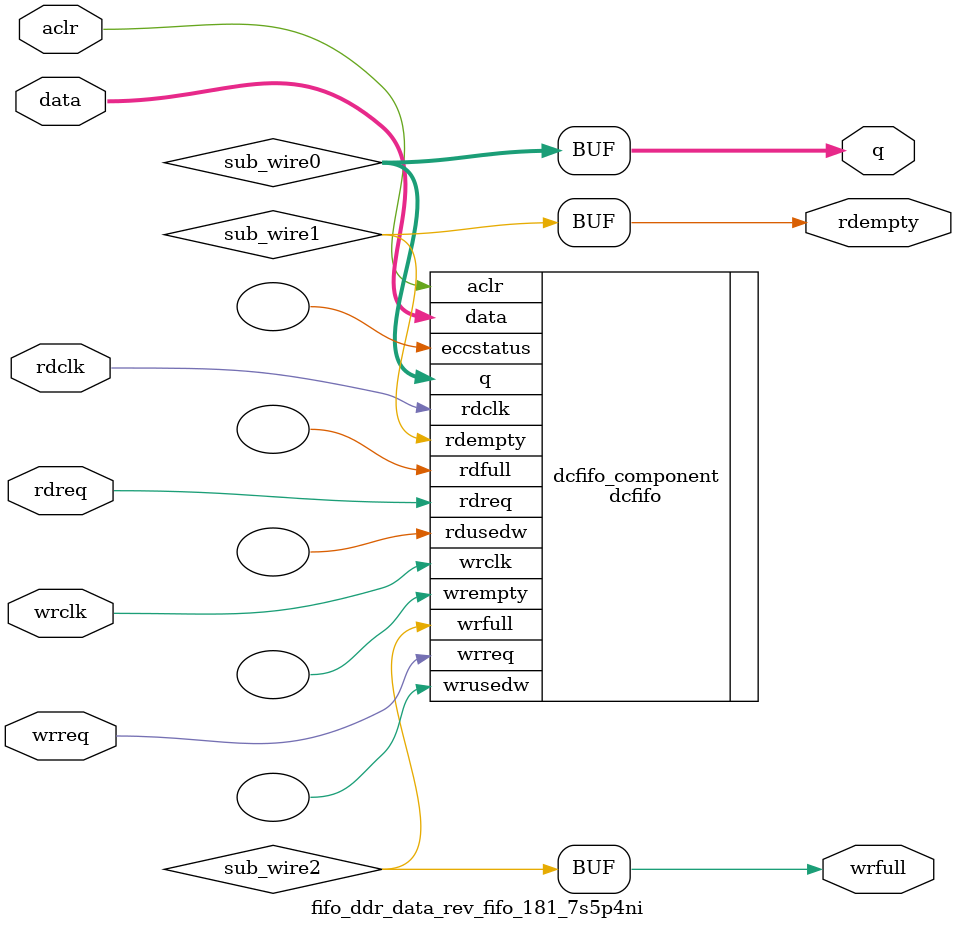
<source format=v>



`timescale 1 ps / 1 ps
// synopsys translate_on
module  fifo_ddr_data_rev_fifo_181_7s5p4ni  (
    aclr,
    data,
    rdclk,
    rdreq,
    wrclk,
    wrreq,
    q,
    rdempty,
    wrfull);

    input    aclr;
    input  [127:0]  data;
    input    rdclk;
    input    rdreq;
    input    wrclk;
    input    wrreq;
    output [127:0]  q;
    output   rdempty;
    output   wrfull;
`ifndef ALTERA_RESERVED_QIS
// synopsys translate_off
`endif
    tri0     aclr;
`ifndef ALTERA_RESERVED_QIS
// synopsys translate_on
`endif

    wire [127:0] sub_wire0;
    wire  sub_wire1;
    wire  sub_wire2;
    wire [127:0] q = sub_wire0[127:0];
    wire  rdempty = sub_wire1;
    wire  wrfull = sub_wire2;

    dcfifo  dcfifo_component (
                .aclr (aclr),
                .data (data),
                .rdclk (rdclk),
                .rdreq (rdreq),
                .wrclk (wrclk),
                .wrreq (wrreq),
                .q (sub_wire0),
                .rdempty (sub_wire1),
                .wrfull (sub_wire2),
                .eccstatus (),
                .rdfull (),
                .rdusedw (),
                .wrempty (),
                .wrusedw ());
    defparam
        dcfifo_component.enable_ecc  = "FALSE",
        dcfifo_component.intended_device_family  = "Arria 10",
        dcfifo_component.lpm_hint  = "DISABLE_DCFIFO_EMBEDDED_TIMING_CONSTRAINT=TRUE",
        dcfifo_component.lpm_numwords  = 256,
        dcfifo_component.lpm_showahead  = "ON",
        dcfifo_component.lpm_type  = "dcfifo",
        dcfifo_component.lpm_width  = 128,
        dcfifo_component.lpm_widthu  = 8,
        dcfifo_component.overflow_checking  = "ON",
        dcfifo_component.rdsync_delaypipe  = 4,
        dcfifo_component.read_aclr_synch  = "OFF",
        dcfifo_component.underflow_checking  = "ON",
        dcfifo_component.use_eab  = "ON",
        dcfifo_component.write_aclr_synch  = "OFF",
        dcfifo_component.wrsync_delaypipe  = 4;


endmodule



</source>
